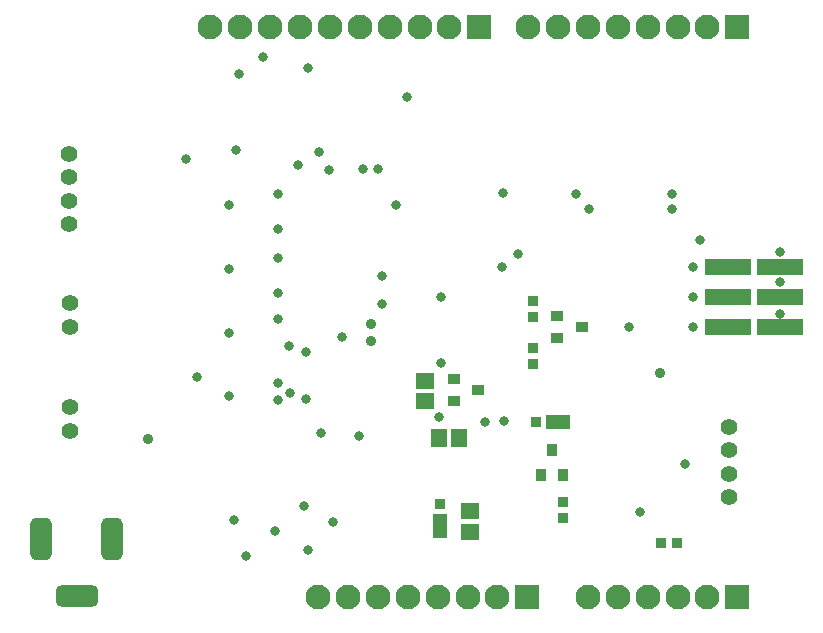
<source format=gbs>
G04 Layer_Color=16711935*
%FSLAX24Y24*%
%MOIN*%
G70*
G01*
G75*
%ADD43C,0.0315*%
%ADD87R,0.0354X0.0335*%
%ADD88R,0.0335X0.0354*%
%ADD89R,0.1539X0.0539*%
%ADD94R,0.0551X0.0630*%
%ADD95R,0.0827X0.0472*%
%ADD96R,0.0354X0.0354*%
%ADD99R,0.0354X0.0354*%
%ADD100R,0.0472X0.0827*%
%ADD101C,0.0551*%
%ADD102C,0.0827*%
%ADD103R,0.0827X0.0827*%
G04:AMPARAMS|DCode=104|XSize=70.9mil|YSize=141.7mil|CornerRadius=18.7mil|HoleSize=0mil|Usage=FLASHONLY|Rotation=0.000|XOffset=0mil|YOffset=0mil|HoleType=Round|Shape=RoundedRectangle|*
%AMROUNDEDRECTD104*
21,1,0.0709,0.1043,0,0,0.0*
21,1,0.0335,0.1417,0,0,0.0*
1,1,0.0374,0.0167,-0.0522*
1,1,0.0374,-0.0167,-0.0522*
1,1,0.0374,-0.0167,0.0522*
1,1,0.0374,0.0167,0.0522*
%
%ADD104ROUNDEDRECTD104*%
G04:AMPARAMS|DCode=105|XSize=70.9mil|YSize=141.7mil|CornerRadius=18.7mil|HoleSize=0mil|Usage=FLASHONLY|Rotation=270.000|XOffset=0mil|YOffset=0mil|HoleType=Round|Shape=RoundedRectangle|*
%AMROUNDEDRECTD105*
21,1,0.0709,0.1043,0,0,270.0*
21,1,0.0335,0.1417,0,0,270.0*
1,1,0.0374,-0.0522,-0.0167*
1,1,0.0374,-0.0522,0.0167*
1,1,0.0374,0.0522,0.0167*
1,1,0.0374,0.0522,-0.0167*
%
%ADD105ROUNDEDRECTD105*%
%ADD106C,0.0354*%
%ADD107R,0.0439X0.0339*%
%ADD108R,0.0339X0.0439*%
%ADD109R,0.0630X0.0551*%
D43*
X10097Y9408D02*
D03*
X23804Y12958D02*
D03*
X26485Y12560D02*
D03*
X26491Y11562D02*
D03*
X23567Y10055D02*
D03*
Y11055D02*
D03*
X23572Y12055D02*
D03*
X7056Y8394D02*
D03*
X10138Y7867D02*
D03*
X13065Y15328D02*
D03*
X10422Y15450D02*
D03*
X11435Y15288D02*
D03*
X10728Y18697D02*
D03*
X9246Y19059D02*
D03*
X16626Y6894D02*
D03*
X23317Y5474D02*
D03*
X21452Y10057D02*
D03*
X14031Y17721D02*
D03*
X12571Y15328D02*
D03*
X13194Y10835D02*
D03*
X13194Y11736D02*
D03*
X10746Y2616D02*
D03*
X17194Y12044D02*
D03*
X20124Y14001D02*
D03*
X8354Y15937D02*
D03*
X13666Y14112D02*
D03*
X8435Y18491D02*
D03*
X11111Y15896D02*
D03*
X11585Y3558D02*
D03*
X10665Y7664D02*
D03*
X11192Y6529D02*
D03*
X8678Y2433D02*
D03*
X21817Y3893D02*
D03*
X19667Y14501D02*
D03*
X17275Y6934D02*
D03*
X15115Y7046D02*
D03*
X11864Y9733D02*
D03*
X15190Y8836D02*
D03*
Y11047D02*
D03*
X26491Y10492D02*
D03*
X17732Y12501D02*
D03*
X17228Y14511D02*
D03*
X22871Y14001D02*
D03*
Y14501D02*
D03*
X12431Y6430D02*
D03*
X10613Y4096D02*
D03*
X8272Y3609D02*
D03*
X10665Y9205D02*
D03*
X9651Y3244D02*
D03*
X9750Y7604D02*
D03*
Y8195D02*
D03*
Y10321D02*
D03*
Y11187D02*
D03*
Y12368D02*
D03*
Y13313D02*
D03*
X9750Y14494D02*
D03*
X8101Y7739D02*
D03*
Y9864D02*
D03*
Y11995D02*
D03*
Y14121D02*
D03*
X6691Y15637D02*
D03*
D87*
X19238Y4203D02*
D03*
Y3671D02*
D03*
X18248Y8818D02*
D03*
Y9349D02*
D03*
Y10399D02*
D03*
Y10931D02*
D03*
D88*
X23056Y2839D02*
D03*
X22524D02*
D03*
D89*
X24736Y10055D02*
D03*
Y11055D02*
D03*
Y12055D02*
D03*
X26486Y10055D02*
D03*
Y11055D02*
D03*
Y12055D02*
D03*
D94*
X15115Y6367D02*
D03*
X15785D02*
D03*
D95*
X19084Y6883D02*
D03*
D96*
X18336D02*
D03*
D99*
X15126Y4154D02*
D03*
D100*
Y3406D02*
D03*
D101*
X24777Y5946D02*
D03*
Y6733D02*
D03*
Y5158D02*
D03*
Y4371D02*
D03*
X2799Y10841D02*
D03*
Y10054D02*
D03*
X2809Y7372D02*
D03*
Y6585D02*
D03*
X2768Y15831D02*
D03*
Y15043D02*
D03*
Y13469D02*
D03*
Y14256D02*
D03*
D102*
X11468Y20055D02*
D03*
X12468D02*
D03*
X13483D02*
D03*
X14468D02*
D03*
X15436D02*
D03*
X10468D02*
D03*
X9468D02*
D03*
X8468D02*
D03*
X7468D02*
D03*
X18068Y20055D02*
D03*
X19068D02*
D03*
X24036D02*
D03*
X23068D02*
D03*
X22083D02*
D03*
X21068D02*
D03*
X20068D02*
D03*
X11068Y1055D02*
D03*
X12068D02*
D03*
X17036D02*
D03*
X16068D02*
D03*
X15083D02*
D03*
X14068D02*
D03*
X13068D02*
D03*
X20068D02*
D03*
X21068D02*
D03*
X22083D02*
D03*
X23068D02*
D03*
X24036D02*
D03*
D103*
X16436Y20055D02*
D03*
X25036Y20055D02*
D03*
X18036Y1055D02*
D03*
X25036D02*
D03*
D104*
X1857Y2972D02*
D03*
X4219D02*
D03*
D105*
X3038Y1083D02*
D03*
D106*
X12855Y10161D02*
D03*
Y9570D02*
D03*
X22465Y8516D02*
D03*
X5393Y6326D02*
D03*
D107*
X16420Y7943D02*
D03*
X15594Y8317D02*
D03*
Y7569D02*
D03*
X19867Y10049D02*
D03*
X19040Y10423D02*
D03*
Y9675D02*
D03*
D108*
X18868Y5959D02*
D03*
X18494Y5132D02*
D03*
X19242D02*
D03*
D109*
X14639Y7573D02*
D03*
Y8242D02*
D03*
X16139Y3234D02*
D03*
Y3903D02*
D03*
M02*

</source>
